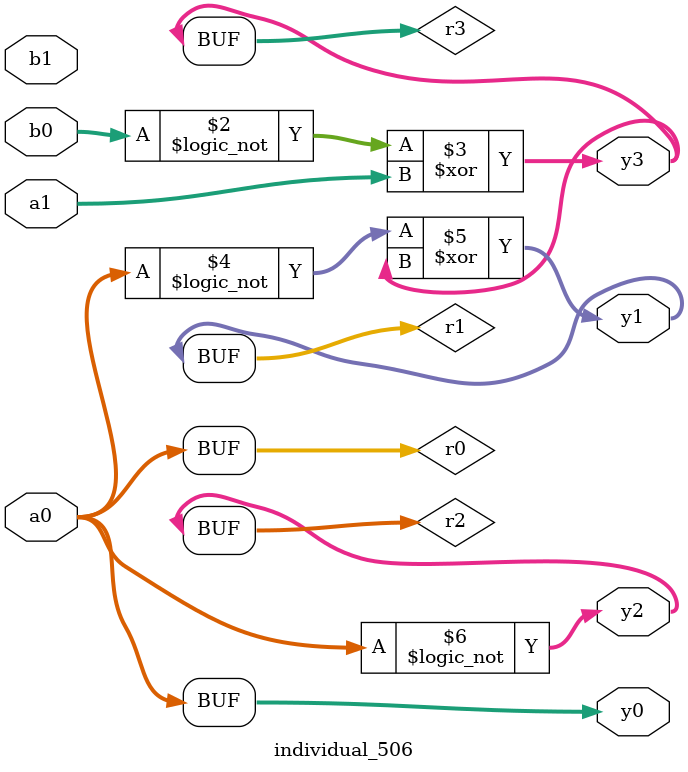
<source format=sv>
module individual_506(input logic [15:0] a1, input logic [15:0] a0, input logic [15:0] b1, input logic [15:0] b0, output logic [15:0] y3, output logic [15:0] y2, output logic [15:0] y1, output logic [15:0] y0);
logic [15:0] r0, r1, r2, r3; 
 always@(*) begin 
	 r0 = a0; r1 = a1; r2 = b0; r3 = b1; 
 	 r3 = ! b0 ;
 	 r3  ^=  r1 ;
 	 r1 = ! a0 ;
 	 r1  ^=  r3 ;
 	 r2 = ! r0 ;
 	 y3 = r3; y2 = r2; y1 = r1; y0 = r0; 
end
endmodule
</source>
